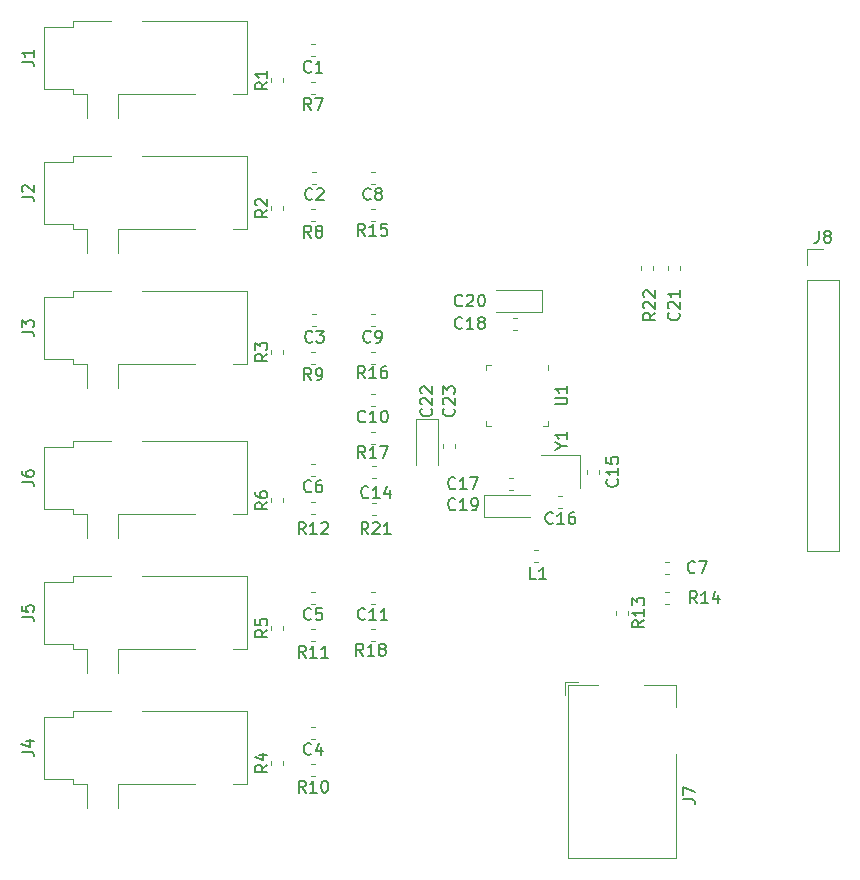
<source format=gbr>
G04 #@! TF.GenerationSoftware,KiCad,Pcbnew,(5.1.5)-3*
G04 #@! TF.CreationDate,2020-02-29T11:10:58+11:00*
G04 #@! TF.ProjectId,ADE7816_Breakout,41444537-3831-4365-9f42-7265616b6f75,rev?*
G04 #@! TF.SameCoordinates,Original*
G04 #@! TF.FileFunction,Legend,Top*
G04 #@! TF.FilePolarity,Positive*
%FSLAX46Y46*%
G04 Gerber Fmt 4.6, Leading zero omitted, Abs format (unit mm)*
G04 Created by KiCad (PCBNEW (5.1.5)-3) date 2020-02-29 11:10:58*
%MOMM*%
%LPD*%
G04 APERTURE LIST*
%ADD10C,0.120000*%
%ADD11C,0.150000*%
G04 APERTURE END LIST*
D10*
X134690000Y-65760000D02*
X134690000Y-65335000D01*
X129470000Y-70555000D02*
X129895000Y-70555000D01*
X129470000Y-70130000D02*
X129470000Y-70555000D01*
X129470000Y-65335000D02*
X129895000Y-65335000D01*
X129470000Y-65760000D02*
X129470000Y-65335000D01*
X134690000Y-70555000D02*
X134265000Y-70555000D01*
X134690000Y-70130000D02*
X134690000Y-70555000D01*
X143614000Y-57312779D02*
X143614000Y-56987221D01*
X142594000Y-57312779D02*
X142594000Y-56987221D01*
X125855000Y-72100221D02*
X125855000Y-72425779D01*
X126875000Y-72100221D02*
X126875000Y-72425779D01*
X123525000Y-69953000D02*
X123525000Y-73863000D01*
X125395000Y-69953000D02*
X123525000Y-69953000D01*
X125395000Y-73863000D02*
X125395000Y-69953000D01*
X145925000Y-57312779D02*
X145925000Y-56987221D01*
X144905000Y-57312779D02*
X144905000Y-56987221D01*
X134212700Y-59034400D02*
X130302700Y-59034400D01*
X134212700Y-60904400D02*
X134212700Y-59034400D01*
X130302700Y-60904400D02*
X134212700Y-60904400D01*
X129262000Y-78278000D02*
X133172000Y-78278000D01*
X129262000Y-76408000D02*
X129262000Y-78278000D01*
X133172000Y-76408000D02*
X129262000Y-76408000D01*
X132065479Y-61364400D02*
X131739921Y-61364400D01*
X132065479Y-62384400D02*
X131739921Y-62384400D01*
X131409221Y-75948000D02*
X131734779Y-75948000D01*
X131409221Y-74928000D02*
X131734779Y-74928000D01*
X133542721Y-82044000D02*
X133868279Y-82044000D01*
X133542721Y-81024000D02*
X133868279Y-81024000D01*
X120126979Y-77066680D02*
X119801421Y-77066680D01*
X120126979Y-78086680D02*
X119801421Y-78086680D01*
X120126979Y-73891680D02*
X119801421Y-73891680D01*
X120126979Y-74911680D02*
X119801421Y-74911680D01*
X137413000Y-73022000D02*
X134113000Y-73022000D01*
X137413000Y-75822000D02*
X137413000Y-73022000D01*
X135925779Y-76452000D02*
X135600221Y-76452000D01*
X135925779Y-77472000D02*
X135600221Y-77472000D01*
X139067000Y-74584779D02*
X139067000Y-74259221D01*
X138047000Y-74584779D02*
X138047000Y-74259221D01*
X119699221Y-88775000D02*
X120024779Y-88775000D01*
X119699221Y-87755000D02*
X120024779Y-87755000D01*
X119714461Y-72041480D02*
X120040019Y-72041480D01*
X119714461Y-71021480D02*
X120040019Y-71021480D01*
X119699221Y-65280000D02*
X120024779Y-65280000D01*
X119699221Y-64260000D02*
X120024779Y-64260000D01*
X119699221Y-53215000D02*
X120024779Y-53215000D01*
X119699221Y-52195000D02*
X120024779Y-52195000D01*
X120024779Y-84580000D02*
X119699221Y-84580000D01*
X120024779Y-85600000D02*
X119699221Y-85600000D01*
X120040019Y-67846480D02*
X119714461Y-67846480D01*
X120040019Y-68866480D02*
X119714461Y-68866480D01*
X120024779Y-61085000D02*
X119699221Y-61085000D01*
X120024779Y-62105000D02*
X119699221Y-62105000D01*
X120024779Y-49020000D02*
X119699221Y-49020000D01*
X120024779Y-50040000D02*
X119699221Y-50040000D01*
X144617221Y-85600000D02*
X144942779Y-85600000D01*
X144617221Y-84580000D02*
X144942779Y-84580000D01*
X140460000Y-86188733D02*
X140460000Y-86531267D01*
X141480000Y-86188733D02*
X141480000Y-86531267D01*
X114996779Y-76960000D02*
X114671221Y-76960000D01*
X114996779Y-77980000D02*
X114671221Y-77980000D01*
X114996779Y-87755000D02*
X114671221Y-87755000D01*
X114996779Y-88775000D02*
X114671221Y-88775000D01*
X114996779Y-99185000D02*
X114671221Y-99185000D01*
X114996779Y-100205000D02*
X114671221Y-100205000D01*
X114996779Y-64260000D02*
X114671221Y-64260000D01*
X114996779Y-65280000D02*
X114671221Y-65280000D01*
X114996779Y-52195000D02*
X114671221Y-52195000D01*
X114996779Y-53215000D02*
X114671221Y-53215000D01*
X114996779Y-41400000D02*
X114671221Y-41400000D01*
X114996779Y-42420000D02*
X114671221Y-42420000D01*
X111250000Y-76672221D02*
X111250000Y-76997779D01*
X112270000Y-76672221D02*
X112270000Y-76997779D01*
X111250000Y-87467221D02*
X111250000Y-87792779D01*
X112270000Y-87467221D02*
X112270000Y-87792779D01*
X111250000Y-98897221D02*
X111250000Y-99222779D01*
X112270000Y-98897221D02*
X112270000Y-99222779D01*
X111250000Y-64099221D02*
X111250000Y-64424779D01*
X112270000Y-64099221D02*
X112270000Y-64424779D01*
X111250000Y-51907221D02*
X111250000Y-52232779D01*
X112270000Y-51907221D02*
X112270000Y-52232779D01*
X111250000Y-41112221D02*
X111250000Y-41437779D01*
X112270000Y-41112221D02*
X112270000Y-41437779D01*
X156658000Y-55566000D02*
X157988000Y-55566000D01*
X156658000Y-56896000D02*
X156658000Y-55566000D01*
X156658000Y-58166000D02*
X159318000Y-58166000D01*
X159318000Y-58166000D02*
X159318000Y-81086000D01*
X156658000Y-58166000D02*
X156658000Y-81086000D01*
X156658000Y-81086000D02*
X159318000Y-81086000D01*
X136370000Y-92445000D02*
X138970000Y-92445000D01*
X136370000Y-107145000D02*
X136370000Y-92445000D01*
X145570000Y-92445000D02*
X145570000Y-94345000D01*
X142870000Y-92445000D02*
X145570000Y-92445000D01*
X145570000Y-107145000D02*
X136370000Y-107145000D01*
X145570000Y-98345000D02*
X145570000Y-107145000D01*
X136170000Y-93295000D02*
X136170000Y-92245000D01*
X137220000Y-92245000D02*
X136170000Y-92245000D01*
X98321000Y-78030000D02*
X98321000Y-80030000D01*
X95721000Y-78030000D02*
X95721000Y-80030000D01*
X104821000Y-78030000D02*
X98321000Y-78030000D01*
X109221000Y-78030000D02*
X108021000Y-78030000D01*
X109221000Y-71830000D02*
X109221000Y-78030000D01*
X100321000Y-71830000D02*
X109221000Y-71830000D01*
X94521000Y-71830000D02*
X97721000Y-71830000D01*
X94521000Y-72330000D02*
X94521000Y-71830000D01*
X92021000Y-72330000D02*
X94521000Y-72330000D01*
X92021000Y-77530000D02*
X92021000Y-72330000D01*
X94521000Y-77530000D02*
X92021000Y-77530000D01*
X94521000Y-78030000D02*
X94521000Y-77530000D01*
X95721000Y-78030000D02*
X94521000Y-78030000D01*
X98321000Y-89460000D02*
X98321000Y-91460000D01*
X95721000Y-89460000D02*
X95721000Y-91460000D01*
X104821000Y-89460000D02*
X98321000Y-89460000D01*
X109221000Y-89460000D02*
X108021000Y-89460000D01*
X109221000Y-83260000D02*
X109221000Y-89460000D01*
X100321000Y-83260000D02*
X109221000Y-83260000D01*
X94521000Y-83260000D02*
X97721000Y-83260000D01*
X94521000Y-83760000D02*
X94521000Y-83260000D01*
X92021000Y-83760000D02*
X94521000Y-83760000D01*
X92021000Y-88960000D02*
X92021000Y-83760000D01*
X94521000Y-88960000D02*
X92021000Y-88960000D01*
X94521000Y-89460000D02*
X94521000Y-88960000D01*
X95721000Y-89460000D02*
X94521000Y-89460000D01*
X98321000Y-100890000D02*
X98321000Y-102890000D01*
X95721000Y-100890000D02*
X95721000Y-102890000D01*
X104821000Y-100890000D02*
X98321000Y-100890000D01*
X109221000Y-100890000D02*
X108021000Y-100890000D01*
X109221000Y-94690000D02*
X109221000Y-100890000D01*
X100321000Y-94690000D02*
X109221000Y-94690000D01*
X94521000Y-94690000D02*
X97721000Y-94690000D01*
X94521000Y-95190000D02*
X94521000Y-94690000D01*
X92021000Y-95190000D02*
X94521000Y-95190000D01*
X92021000Y-100390000D02*
X92021000Y-95190000D01*
X94521000Y-100390000D02*
X92021000Y-100390000D01*
X94521000Y-100890000D02*
X94521000Y-100390000D01*
X95721000Y-100890000D02*
X94521000Y-100890000D01*
X98321000Y-65330000D02*
X98321000Y-67330000D01*
X95721000Y-65330000D02*
X95721000Y-67330000D01*
X104821000Y-65330000D02*
X98321000Y-65330000D01*
X109221000Y-65330000D02*
X108021000Y-65330000D01*
X109221000Y-59130000D02*
X109221000Y-65330000D01*
X100321000Y-59130000D02*
X109221000Y-59130000D01*
X94521000Y-59130000D02*
X97721000Y-59130000D01*
X94521000Y-59630000D02*
X94521000Y-59130000D01*
X92021000Y-59630000D02*
X94521000Y-59630000D01*
X92021000Y-64830000D02*
X92021000Y-59630000D01*
X94521000Y-64830000D02*
X92021000Y-64830000D01*
X94521000Y-65330000D02*
X94521000Y-64830000D01*
X95721000Y-65330000D02*
X94521000Y-65330000D01*
X98321000Y-53900000D02*
X98321000Y-55900000D01*
X95721000Y-53900000D02*
X95721000Y-55900000D01*
X104821000Y-53900000D02*
X98321000Y-53900000D01*
X109221000Y-53900000D02*
X108021000Y-53900000D01*
X109221000Y-47700000D02*
X109221000Y-53900000D01*
X100321000Y-47700000D02*
X109221000Y-47700000D01*
X94521000Y-47700000D02*
X97721000Y-47700000D01*
X94521000Y-48200000D02*
X94521000Y-47700000D01*
X92021000Y-48200000D02*
X94521000Y-48200000D01*
X92021000Y-53400000D02*
X92021000Y-48200000D01*
X94521000Y-53400000D02*
X92021000Y-53400000D01*
X94521000Y-53900000D02*
X94521000Y-53400000D01*
X95721000Y-53900000D02*
X94521000Y-53900000D01*
X98321000Y-42470000D02*
X98321000Y-44470000D01*
X95721000Y-42470000D02*
X95721000Y-44470000D01*
X104821000Y-42470000D02*
X98321000Y-42470000D01*
X109221000Y-42470000D02*
X108021000Y-42470000D01*
X109221000Y-36270000D02*
X109221000Y-42470000D01*
X100321000Y-36270000D02*
X109221000Y-36270000D01*
X94521000Y-36270000D02*
X97721000Y-36270000D01*
X94521000Y-36770000D02*
X94521000Y-36270000D01*
X92021000Y-36770000D02*
X94521000Y-36770000D01*
X92021000Y-41970000D02*
X92021000Y-36770000D01*
X94521000Y-41970000D02*
X92021000Y-41970000D01*
X94521000Y-42470000D02*
X94521000Y-41970000D01*
X95721000Y-42470000D02*
X94521000Y-42470000D01*
X144617221Y-83060000D02*
X144942779Y-83060000D01*
X144617221Y-82040000D02*
X144942779Y-82040000D01*
X114996779Y-73785000D02*
X114671221Y-73785000D01*
X114996779Y-74805000D02*
X114671221Y-74805000D01*
X114996779Y-84580000D02*
X114671221Y-84580000D01*
X114996779Y-85600000D02*
X114671221Y-85600000D01*
X114996779Y-96010000D02*
X114671221Y-96010000D01*
X114996779Y-97030000D02*
X114671221Y-97030000D01*
X115097779Y-61085000D02*
X114772221Y-61085000D01*
X115097779Y-62105000D02*
X114772221Y-62105000D01*
X115097779Y-49020000D02*
X114772221Y-49020000D01*
X115097779Y-50040000D02*
X114772221Y-50040000D01*
X114996779Y-38225000D02*
X114671221Y-38225000D01*
X114996779Y-39245000D02*
X114671221Y-39245000D01*
D11*
X135332380Y-68706904D02*
X136141904Y-68706904D01*
X136237142Y-68659285D01*
X136284761Y-68611666D01*
X136332380Y-68516428D01*
X136332380Y-68325952D01*
X136284761Y-68230714D01*
X136237142Y-68183095D01*
X136141904Y-68135476D01*
X135332380Y-68135476D01*
X136332380Y-67135476D02*
X136332380Y-67706904D01*
X136332380Y-67421190D02*
X135332380Y-67421190D01*
X135475238Y-67516428D01*
X135570476Y-67611666D01*
X135618095Y-67706904D01*
X143785380Y-60967857D02*
X143309190Y-61301190D01*
X143785380Y-61539285D02*
X142785380Y-61539285D01*
X142785380Y-61158333D01*
X142833000Y-61063095D01*
X142880619Y-61015476D01*
X142975857Y-60967857D01*
X143118714Y-60967857D01*
X143213952Y-61015476D01*
X143261571Y-61063095D01*
X143309190Y-61158333D01*
X143309190Y-61539285D01*
X142880619Y-60586904D02*
X142833000Y-60539285D01*
X142785380Y-60444047D01*
X142785380Y-60205952D01*
X142833000Y-60110714D01*
X142880619Y-60063095D01*
X142975857Y-60015476D01*
X143071095Y-60015476D01*
X143213952Y-60063095D01*
X143785380Y-60634523D01*
X143785380Y-60015476D01*
X142880619Y-59634523D02*
X142833000Y-59586904D01*
X142785380Y-59491666D01*
X142785380Y-59253571D01*
X142833000Y-59158333D01*
X142880619Y-59110714D01*
X142975857Y-59063095D01*
X143071095Y-59063095D01*
X143213952Y-59110714D01*
X143785380Y-59682142D01*
X143785380Y-59063095D01*
X126722142Y-69095857D02*
X126769761Y-69143476D01*
X126817380Y-69286333D01*
X126817380Y-69381571D01*
X126769761Y-69524428D01*
X126674523Y-69619666D01*
X126579285Y-69667285D01*
X126388809Y-69714904D01*
X126245952Y-69714904D01*
X126055476Y-69667285D01*
X125960238Y-69619666D01*
X125865000Y-69524428D01*
X125817380Y-69381571D01*
X125817380Y-69286333D01*
X125865000Y-69143476D01*
X125912619Y-69095857D01*
X125912619Y-68714904D02*
X125865000Y-68667285D01*
X125817380Y-68572047D01*
X125817380Y-68333952D01*
X125865000Y-68238714D01*
X125912619Y-68191095D01*
X126007857Y-68143476D01*
X126103095Y-68143476D01*
X126245952Y-68191095D01*
X126817380Y-68762523D01*
X126817380Y-68143476D01*
X125817380Y-67810142D02*
X125817380Y-67191095D01*
X126198333Y-67524428D01*
X126198333Y-67381571D01*
X126245952Y-67286333D01*
X126293571Y-67238714D01*
X126388809Y-67191095D01*
X126626904Y-67191095D01*
X126722142Y-67238714D01*
X126769761Y-67286333D01*
X126817380Y-67381571D01*
X126817380Y-67667285D01*
X126769761Y-67762523D01*
X126722142Y-67810142D01*
X124817142Y-69095857D02*
X124864761Y-69143476D01*
X124912380Y-69286333D01*
X124912380Y-69381571D01*
X124864761Y-69524428D01*
X124769523Y-69619666D01*
X124674285Y-69667285D01*
X124483809Y-69714904D01*
X124340952Y-69714904D01*
X124150476Y-69667285D01*
X124055238Y-69619666D01*
X123960000Y-69524428D01*
X123912380Y-69381571D01*
X123912380Y-69286333D01*
X123960000Y-69143476D01*
X124007619Y-69095857D01*
X124007619Y-68714904D02*
X123960000Y-68667285D01*
X123912380Y-68572047D01*
X123912380Y-68333952D01*
X123960000Y-68238714D01*
X124007619Y-68191095D01*
X124102857Y-68143476D01*
X124198095Y-68143476D01*
X124340952Y-68191095D01*
X124912380Y-68762523D01*
X124912380Y-68143476D01*
X124007619Y-67762523D02*
X123960000Y-67714904D01*
X123912380Y-67619666D01*
X123912380Y-67381571D01*
X123960000Y-67286333D01*
X124007619Y-67238714D01*
X124102857Y-67191095D01*
X124198095Y-67191095D01*
X124340952Y-67238714D01*
X124912380Y-67810142D01*
X124912380Y-67191095D01*
X145772142Y-60967857D02*
X145819761Y-61015476D01*
X145867380Y-61158333D01*
X145867380Y-61253571D01*
X145819761Y-61396428D01*
X145724523Y-61491666D01*
X145629285Y-61539285D01*
X145438809Y-61586904D01*
X145295952Y-61586904D01*
X145105476Y-61539285D01*
X145010238Y-61491666D01*
X144915000Y-61396428D01*
X144867380Y-61253571D01*
X144867380Y-61158333D01*
X144915000Y-61015476D01*
X144962619Y-60967857D01*
X144962619Y-60586904D02*
X144915000Y-60539285D01*
X144867380Y-60444047D01*
X144867380Y-60205952D01*
X144915000Y-60110714D01*
X144962619Y-60063095D01*
X145057857Y-60015476D01*
X145153095Y-60015476D01*
X145295952Y-60063095D01*
X145867380Y-60634523D01*
X145867380Y-60015476D01*
X145867380Y-59063095D02*
X145867380Y-59634523D01*
X145867380Y-59348809D02*
X144867380Y-59348809D01*
X145010238Y-59444047D01*
X145105476Y-59539285D01*
X145153095Y-59634523D01*
X127449842Y-60326542D02*
X127402223Y-60374161D01*
X127259366Y-60421780D01*
X127164128Y-60421780D01*
X127021271Y-60374161D01*
X126926033Y-60278923D01*
X126878414Y-60183685D01*
X126830795Y-59993209D01*
X126830795Y-59850352D01*
X126878414Y-59659876D01*
X126926033Y-59564638D01*
X127021271Y-59469400D01*
X127164128Y-59421780D01*
X127259366Y-59421780D01*
X127402223Y-59469400D01*
X127449842Y-59517019D01*
X127830795Y-59517019D02*
X127878414Y-59469400D01*
X127973652Y-59421780D01*
X128211747Y-59421780D01*
X128306985Y-59469400D01*
X128354604Y-59517019D01*
X128402223Y-59612257D01*
X128402223Y-59707495D01*
X128354604Y-59850352D01*
X127783176Y-60421780D01*
X128402223Y-60421780D01*
X129021271Y-59421780D02*
X129116509Y-59421780D01*
X129211747Y-59469400D01*
X129259366Y-59517019D01*
X129306985Y-59612257D01*
X129354604Y-59802733D01*
X129354604Y-60040828D01*
X129306985Y-60231304D01*
X129259366Y-60326542D01*
X129211747Y-60374161D01*
X129116509Y-60421780D01*
X129021271Y-60421780D01*
X128926033Y-60374161D01*
X128878414Y-60326542D01*
X128830795Y-60231304D01*
X128783176Y-60040828D01*
X128783176Y-59802733D01*
X128830795Y-59612257D01*
X128878414Y-59517019D01*
X128926033Y-59469400D01*
X129021271Y-59421780D01*
X126865142Y-77573142D02*
X126817523Y-77620761D01*
X126674666Y-77668380D01*
X126579428Y-77668380D01*
X126436571Y-77620761D01*
X126341333Y-77525523D01*
X126293714Y-77430285D01*
X126246095Y-77239809D01*
X126246095Y-77096952D01*
X126293714Y-76906476D01*
X126341333Y-76811238D01*
X126436571Y-76716000D01*
X126579428Y-76668380D01*
X126674666Y-76668380D01*
X126817523Y-76716000D01*
X126865142Y-76763619D01*
X127817523Y-77668380D02*
X127246095Y-77668380D01*
X127531809Y-77668380D02*
X127531809Y-76668380D01*
X127436571Y-76811238D01*
X127341333Y-76906476D01*
X127246095Y-76954095D01*
X128293714Y-77668380D02*
X128484190Y-77668380D01*
X128579428Y-77620761D01*
X128627047Y-77573142D01*
X128722285Y-77430285D01*
X128769904Y-77239809D01*
X128769904Y-76858857D01*
X128722285Y-76763619D01*
X128674666Y-76716000D01*
X128579428Y-76668380D01*
X128388952Y-76668380D01*
X128293714Y-76716000D01*
X128246095Y-76763619D01*
X128198476Y-76858857D01*
X128198476Y-77096952D01*
X128246095Y-77192190D01*
X128293714Y-77239809D01*
X128388952Y-77287428D01*
X128579428Y-77287428D01*
X128674666Y-77239809D01*
X128722285Y-77192190D01*
X128769904Y-77096952D01*
X127449842Y-62231542D02*
X127402223Y-62279161D01*
X127259366Y-62326780D01*
X127164128Y-62326780D01*
X127021271Y-62279161D01*
X126926033Y-62183923D01*
X126878414Y-62088685D01*
X126830795Y-61898209D01*
X126830795Y-61755352D01*
X126878414Y-61564876D01*
X126926033Y-61469638D01*
X127021271Y-61374400D01*
X127164128Y-61326780D01*
X127259366Y-61326780D01*
X127402223Y-61374400D01*
X127449842Y-61422019D01*
X128402223Y-62326780D02*
X127830795Y-62326780D01*
X128116509Y-62326780D02*
X128116509Y-61326780D01*
X128021271Y-61469638D01*
X127926033Y-61564876D01*
X127830795Y-61612495D01*
X128973652Y-61755352D02*
X128878414Y-61707733D01*
X128830795Y-61660114D01*
X128783176Y-61564876D01*
X128783176Y-61517257D01*
X128830795Y-61422019D01*
X128878414Y-61374400D01*
X128973652Y-61326780D01*
X129164128Y-61326780D01*
X129259366Y-61374400D01*
X129306985Y-61422019D01*
X129354604Y-61517257D01*
X129354604Y-61564876D01*
X129306985Y-61660114D01*
X129259366Y-61707733D01*
X129164128Y-61755352D01*
X128973652Y-61755352D01*
X128878414Y-61802971D01*
X128830795Y-61850590D01*
X128783176Y-61945828D01*
X128783176Y-62136304D01*
X128830795Y-62231542D01*
X128878414Y-62279161D01*
X128973652Y-62326780D01*
X129164128Y-62326780D01*
X129259366Y-62279161D01*
X129306985Y-62231542D01*
X129354604Y-62136304D01*
X129354604Y-61945828D01*
X129306985Y-61850590D01*
X129259366Y-61802971D01*
X129164128Y-61755352D01*
X126865142Y-75795142D02*
X126817523Y-75842761D01*
X126674666Y-75890380D01*
X126579428Y-75890380D01*
X126436571Y-75842761D01*
X126341333Y-75747523D01*
X126293714Y-75652285D01*
X126246095Y-75461809D01*
X126246095Y-75318952D01*
X126293714Y-75128476D01*
X126341333Y-75033238D01*
X126436571Y-74938000D01*
X126579428Y-74890380D01*
X126674666Y-74890380D01*
X126817523Y-74938000D01*
X126865142Y-74985619D01*
X127817523Y-75890380D02*
X127246095Y-75890380D01*
X127531809Y-75890380D02*
X127531809Y-74890380D01*
X127436571Y-75033238D01*
X127341333Y-75128476D01*
X127246095Y-75176095D01*
X128150857Y-74890380D02*
X128817523Y-74890380D01*
X128388952Y-75890380D01*
X133691333Y-83510380D02*
X133215142Y-83510380D01*
X133215142Y-82510380D01*
X134548476Y-83510380D02*
X133977047Y-83510380D01*
X134262761Y-83510380D02*
X134262761Y-82510380D01*
X134167523Y-82653238D01*
X134072285Y-82748476D01*
X133977047Y-82796095D01*
X119499142Y-79700380D02*
X119165809Y-79224190D01*
X118927714Y-79700380D02*
X118927714Y-78700380D01*
X119308666Y-78700380D01*
X119403904Y-78748000D01*
X119451523Y-78795619D01*
X119499142Y-78890857D01*
X119499142Y-79033714D01*
X119451523Y-79128952D01*
X119403904Y-79176571D01*
X119308666Y-79224190D01*
X118927714Y-79224190D01*
X119880095Y-78795619D02*
X119927714Y-78748000D01*
X120022952Y-78700380D01*
X120261047Y-78700380D01*
X120356285Y-78748000D01*
X120403904Y-78795619D01*
X120451523Y-78890857D01*
X120451523Y-78986095D01*
X120403904Y-79128952D01*
X119832476Y-79700380D01*
X120451523Y-79700380D01*
X121403904Y-79700380D02*
X120832476Y-79700380D01*
X121118190Y-79700380D02*
X121118190Y-78700380D01*
X121022952Y-78843238D01*
X120927714Y-78938476D01*
X120832476Y-78986095D01*
X119499142Y-76557142D02*
X119451523Y-76604761D01*
X119308666Y-76652380D01*
X119213428Y-76652380D01*
X119070571Y-76604761D01*
X118975333Y-76509523D01*
X118927714Y-76414285D01*
X118880095Y-76223809D01*
X118880095Y-76080952D01*
X118927714Y-75890476D01*
X118975333Y-75795238D01*
X119070571Y-75700000D01*
X119213428Y-75652380D01*
X119308666Y-75652380D01*
X119451523Y-75700000D01*
X119499142Y-75747619D01*
X120451523Y-76652380D02*
X119880095Y-76652380D01*
X120165809Y-76652380D02*
X120165809Y-75652380D01*
X120070571Y-75795238D01*
X119975333Y-75890476D01*
X119880095Y-75938095D01*
X121308666Y-75985714D02*
X121308666Y-76652380D01*
X121070571Y-75604761D02*
X120832476Y-76319047D01*
X121451523Y-76319047D01*
X135866190Y-72231190D02*
X136342380Y-72231190D01*
X135342380Y-72564523D02*
X135866190Y-72231190D01*
X135342380Y-71897857D01*
X136342380Y-71040714D02*
X136342380Y-71612142D01*
X136342380Y-71326428D02*
X135342380Y-71326428D01*
X135485238Y-71421666D01*
X135580476Y-71516904D01*
X135628095Y-71612142D01*
X135120142Y-78749142D02*
X135072523Y-78796761D01*
X134929666Y-78844380D01*
X134834428Y-78844380D01*
X134691571Y-78796761D01*
X134596333Y-78701523D01*
X134548714Y-78606285D01*
X134501095Y-78415809D01*
X134501095Y-78272952D01*
X134548714Y-78082476D01*
X134596333Y-77987238D01*
X134691571Y-77892000D01*
X134834428Y-77844380D01*
X134929666Y-77844380D01*
X135072523Y-77892000D01*
X135120142Y-77939619D01*
X136072523Y-78844380D02*
X135501095Y-78844380D01*
X135786809Y-78844380D02*
X135786809Y-77844380D01*
X135691571Y-77987238D01*
X135596333Y-78082476D01*
X135501095Y-78130095D01*
X136929666Y-77844380D02*
X136739190Y-77844380D01*
X136643952Y-77892000D01*
X136596333Y-77939619D01*
X136501095Y-78082476D01*
X136453476Y-78272952D01*
X136453476Y-78653904D01*
X136501095Y-78749142D01*
X136548714Y-78796761D01*
X136643952Y-78844380D01*
X136834428Y-78844380D01*
X136929666Y-78796761D01*
X136977285Y-78749142D01*
X137024904Y-78653904D01*
X137024904Y-78415809D01*
X136977285Y-78320571D01*
X136929666Y-78272952D01*
X136834428Y-78225333D01*
X136643952Y-78225333D01*
X136548714Y-78272952D01*
X136501095Y-78320571D01*
X136453476Y-78415809D01*
X140551143Y-75064857D02*
X140598762Y-75112476D01*
X140646381Y-75255333D01*
X140646381Y-75350571D01*
X140598762Y-75493428D01*
X140503524Y-75588666D01*
X140408286Y-75636285D01*
X140217810Y-75683904D01*
X140074953Y-75683904D01*
X139884477Y-75636285D01*
X139789239Y-75588666D01*
X139694001Y-75493428D01*
X139646381Y-75350571D01*
X139646381Y-75255333D01*
X139694001Y-75112476D01*
X139741620Y-75064857D01*
X140646381Y-74112476D02*
X140646381Y-74683904D01*
X140646381Y-74398190D02*
X139646381Y-74398190D01*
X139789239Y-74493428D01*
X139884477Y-74588666D01*
X139932096Y-74683904D01*
X139646381Y-73207714D02*
X139646381Y-73683904D01*
X140122572Y-73731523D01*
X140074953Y-73683904D01*
X140027334Y-73588666D01*
X140027334Y-73350571D01*
X140074953Y-73255333D01*
X140122572Y-73207714D01*
X140217810Y-73160095D01*
X140455905Y-73160095D01*
X140551143Y-73207714D01*
X140598762Y-73255333D01*
X140646381Y-73350571D01*
X140646381Y-73588666D01*
X140598762Y-73683904D01*
X140551143Y-73731523D01*
X119066642Y-89987380D02*
X118733309Y-89511190D01*
X118495214Y-89987380D02*
X118495214Y-88987380D01*
X118876166Y-88987380D01*
X118971404Y-89035000D01*
X119019023Y-89082619D01*
X119066642Y-89177857D01*
X119066642Y-89320714D01*
X119019023Y-89415952D01*
X118971404Y-89463571D01*
X118876166Y-89511190D01*
X118495214Y-89511190D01*
X120019023Y-89987380D02*
X119447595Y-89987380D01*
X119733309Y-89987380D02*
X119733309Y-88987380D01*
X119638071Y-89130238D01*
X119542833Y-89225476D01*
X119447595Y-89273095D01*
X120590452Y-89415952D02*
X120495214Y-89368333D01*
X120447595Y-89320714D01*
X120399976Y-89225476D01*
X120399976Y-89177857D01*
X120447595Y-89082619D01*
X120495214Y-89035000D01*
X120590452Y-88987380D01*
X120780928Y-88987380D01*
X120876166Y-89035000D01*
X120923785Y-89082619D01*
X120971404Y-89177857D01*
X120971404Y-89225476D01*
X120923785Y-89320714D01*
X120876166Y-89368333D01*
X120780928Y-89415952D01*
X120590452Y-89415952D01*
X120495214Y-89463571D01*
X120447595Y-89511190D01*
X120399976Y-89606428D01*
X120399976Y-89796904D01*
X120447595Y-89892142D01*
X120495214Y-89939761D01*
X120590452Y-89987380D01*
X120780928Y-89987380D01*
X120876166Y-89939761D01*
X120923785Y-89892142D01*
X120971404Y-89796904D01*
X120971404Y-89606428D01*
X120923785Y-89511190D01*
X120876166Y-89463571D01*
X120780928Y-89415952D01*
X119234382Y-73253860D02*
X118901049Y-72777670D01*
X118662954Y-73253860D02*
X118662954Y-72253860D01*
X119043906Y-72253860D01*
X119139144Y-72301480D01*
X119186763Y-72349099D01*
X119234382Y-72444337D01*
X119234382Y-72587194D01*
X119186763Y-72682432D01*
X119139144Y-72730051D01*
X119043906Y-72777670D01*
X118662954Y-72777670D01*
X120186763Y-73253860D02*
X119615335Y-73253860D01*
X119901049Y-73253860D02*
X119901049Y-72253860D01*
X119805811Y-72396718D01*
X119710573Y-72491956D01*
X119615335Y-72539575D01*
X120520097Y-72253860D02*
X121186763Y-72253860D01*
X120758192Y-73253860D01*
X119219142Y-66492380D02*
X118885809Y-66016190D01*
X118647714Y-66492380D02*
X118647714Y-65492380D01*
X119028666Y-65492380D01*
X119123904Y-65540000D01*
X119171523Y-65587619D01*
X119219142Y-65682857D01*
X119219142Y-65825714D01*
X119171523Y-65920952D01*
X119123904Y-65968571D01*
X119028666Y-66016190D01*
X118647714Y-66016190D01*
X120171523Y-66492380D02*
X119600095Y-66492380D01*
X119885809Y-66492380D02*
X119885809Y-65492380D01*
X119790571Y-65635238D01*
X119695333Y-65730476D01*
X119600095Y-65778095D01*
X121028666Y-65492380D02*
X120838190Y-65492380D01*
X120742952Y-65540000D01*
X120695333Y-65587619D01*
X120600095Y-65730476D01*
X120552476Y-65920952D01*
X120552476Y-66301904D01*
X120600095Y-66397142D01*
X120647714Y-66444761D01*
X120742952Y-66492380D01*
X120933428Y-66492380D01*
X121028666Y-66444761D01*
X121076285Y-66397142D01*
X121123904Y-66301904D01*
X121123904Y-66063809D01*
X121076285Y-65968571D01*
X121028666Y-65920952D01*
X120933428Y-65873333D01*
X120742952Y-65873333D01*
X120647714Y-65920952D01*
X120600095Y-65968571D01*
X120552476Y-66063809D01*
X119219142Y-54427380D02*
X118885809Y-53951190D01*
X118647714Y-54427380D02*
X118647714Y-53427380D01*
X119028666Y-53427380D01*
X119123904Y-53475000D01*
X119171523Y-53522619D01*
X119219142Y-53617857D01*
X119219142Y-53760714D01*
X119171523Y-53855952D01*
X119123904Y-53903571D01*
X119028666Y-53951190D01*
X118647714Y-53951190D01*
X120171523Y-54427380D02*
X119600095Y-54427380D01*
X119885809Y-54427380D02*
X119885809Y-53427380D01*
X119790571Y-53570238D01*
X119695333Y-53665476D01*
X119600095Y-53713095D01*
X121076285Y-53427380D02*
X120600095Y-53427380D01*
X120552476Y-53903571D01*
X120600095Y-53855952D01*
X120695333Y-53808333D01*
X120933428Y-53808333D01*
X121028666Y-53855952D01*
X121076285Y-53903571D01*
X121123904Y-53998809D01*
X121123904Y-54236904D01*
X121076285Y-54332142D01*
X121028666Y-54379761D01*
X120933428Y-54427380D01*
X120695333Y-54427380D01*
X120600095Y-54379761D01*
X120552476Y-54332142D01*
X119219142Y-86877142D02*
X119171523Y-86924761D01*
X119028666Y-86972380D01*
X118933428Y-86972380D01*
X118790571Y-86924761D01*
X118695333Y-86829523D01*
X118647714Y-86734285D01*
X118600095Y-86543809D01*
X118600095Y-86400952D01*
X118647714Y-86210476D01*
X118695333Y-86115238D01*
X118790571Y-86020000D01*
X118933428Y-85972380D01*
X119028666Y-85972380D01*
X119171523Y-86020000D01*
X119219142Y-86067619D01*
X120171523Y-86972380D02*
X119600095Y-86972380D01*
X119885809Y-86972380D02*
X119885809Y-85972380D01*
X119790571Y-86115238D01*
X119695333Y-86210476D01*
X119600095Y-86258095D01*
X121123904Y-86972380D02*
X120552476Y-86972380D01*
X120838190Y-86972380D02*
X120838190Y-85972380D01*
X120742952Y-86115238D01*
X120647714Y-86210476D01*
X120552476Y-86258095D01*
X119234382Y-70143622D02*
X119186763Y-70191241D01*
X119043906Y-70238860D01*
X118948668Y-70238860D01*
X118805811Y-70191241D01*
X118710573Y-70096003D01*
X118662954Y-70000765D01*
X118615335Y-69810289D01*
X118615335Y-69667432D01*
X118662954Y-69476956D01*
X118710573Y-69381718D01*
X118805811Y-69286480D01*
X118948668Y-69238860D01*
X119043906Y-69238860D01*
X119186763Y-69286480D01*
X119234382Y-69334099D01*
X120186763Y-70238860D02*
X119615335Y-70238860D01*
X119901049Y-70238860D02*
X119901049Y-69238860D01*
X119805811Y-69381718D01*
X119710573Y-69476956D01*
X119615335Y-69524575D01*
X120805811Y-69238860D02*
X120901049Y-69238860D01*
X120996287Y-69286480D01*
X121043906Y-69334099D01*
X121091525Y-69429337D01*
X121139144Y-69619813D01*
X121139144Y-69857908D01*
X121091525Y-70048384D01*
X121043906Y-70143622D01*
X120996287Y-70191241D01*
X120901049Y-70238860D01*
X120805811Y-70238860D01*
X120710573Y-70191241D01*
X120662954Y-70143622D01*
X120615335Y-70048384D01*
X120567716Y-69857908D01*
X120567716Y-69619813D01*
X120615335Y-69429337D01*
X120662954Y-69334099D01*
X120710573Y-69286480D01*
X120805811Y-69238860D01*
X119695333Y-63382142D02*
X119647714Y-63429761D01*
X119504857Y-63477380D01*
X119409619Y-63477380D01*
X119266761Y-63429761D01*
X119171523Y-63334523D01*
X119123904Y-63239285D01*
X119076285Y-63048809D01*
X119076285Y-62905952D01*
X119123904Y-62715476D01*
X119171523Y-62620238D01*
X119266761Y-62525000D01*
X119409619Y-62477380D01*
X119504857Y-62477380D01*
X119647714Y-62525000D01*
X119695333Y-62572619D01*
X120171523Y-63477380D02*
X120362000Y-63477380D01*
X120457238Y-63429761D01*
X120504857Y-63382142D01*
X120600095Y-63239285D01*
X120647714Y-63048809D01*
X120647714Y-62667857D01*
X120600095Y-62572619D01*
X120552476Y-62525000D01*
X120457238Y-62477380D01*
X120266761Y-62477380D01*
X120171523Y-62525000D01*
X120123904Y-62572619D01*
X120076285Y-62667857D01*
X120076285Y-62905952D01*
X120123904Y-63001190D01*
X120171523Y-63048809D01*
X120266761Y-63096428D01*
X120457238Y-63096428D01*
X120552476Y-63048809D01*
X120600095Y-63001190D01*
X120647714Y-62905952D01*
X119695333Y-51317142D02*
X119647714Y-51364761D01*
X119504857Y-51412380D01*
X119409619Y-51412380D01*
X119266761Y-51364761D01*
X119171523Y-51269523D01*
X119123904Y-51174285D01*
X119076285Y-50983809D01*
X119076285Y-50840952D01*
X119123904Y-50650476D01*
X119171523Y-50555238D01*
X119266761Y-50460000D01*
X119409619Y-50412380D01*
X119504857Y-50412380D01*
X119647714Y-50460000D01*
X119695333Y-50507619D01*
X120266761Y-50840952D02*
X120171523Y-50793333D01*
X120123904Y-50745714D01*
X120076285Y-50650476D01*
X120076285Y-50602857D01*
X120123904Y-50507619D01*
X120171523Y-50460000D01*
X120266761Y-50412380D01*
X120457238Y-50412380D01*
X120552476Y-50460000D01*
X120600095Y-50507619D01*
X120647714Y-50602857D01*
X120647714Y-50650476D01*
X120600095Y-50745714D01*
X120552476Y-50793333D01*
X120457238Y-50840952D01*
X120266761Y-50840952D01*
X120171523Y-50888571D01*
X120123904Y-50936190D01*
X120076285Y-51031428D01*
X120076285Y-51221904D01*
X120123904Y-51317142D01*
X120171523Y-51364761D01*
X120266761Y-51412380D01*
X120457238Y-51412380D01*
X120552476Y-51364761D01*
X120600095Y-51317142D01*
X120647714Y-51221904D01*
X120647714Y-51031428D01*
X120600095Y-50936190D01*
X120552476Y-50888571D01*
X120457238Y-50840952D01*
X147312142Y-85542380D02*
X146978809Y-85066190D01*
X146740714Y-85542380D02*
X146740714Y-84542380D01*
X147121666Y-84542380D01*
X147216904Y-84590000D01*
X147264523Y-84637619D01*
X147312142Y-84732857D01*
X147312142Y-84875714D01*
X147264523Y-84970952D01*
X147216904Y-85018571D01*
X147121666Y-85066190D01*
X146740714Y-85066190D01*
X148264523Y-85542380D02*
X147693095Y-85542380D01*
X147978809Y-85542380D02*
X147978809Y-84542380D01*
X147883571Y-84685238D01*
X147788333Y-84780476D01*
X147693095Y-84828095D01*
X149121666Y-84875714D02*
X149121666Y-85542380D01*
X148883571Y-84494761D02*
X148645476Y-85209047D01*
X149264523Y-85209047D01*
X142852380Y-87002857D02*
X142376190Y-87336190D01*
X142852380Y-87574285D02*
X141852380Y-87574285D01*
X141852380Y-87193333D01*
X141900000Y-87098095D01*
X141947619Y-87050476D01*
X142042857Y-87002857D01*
X142185714Y-87002857D01*
X142280952Y-87050476D01*
X142328571Y-87098095D01*
X142376190Y-87193333D01*
X142376190Y-87574285D01*
X142852380Y-86050476D02*
X142852380Y-86621904D01*
X142852380Y-86336190D02*
X141852380Y-86336190D01*
X141995238Y-86431428D01*
X142090476Y-86526666D01*
X142138095Y-86621904D01*
X141852380Y-85717142D02*
X141852380Y-85098095D01*
X142233333Y-85431428D01*
X142233333Y-85288571D01*
X142280952Y-85193333D01*
X142328571Y-85145714D01*
X142423809Y-85098095D01*
X142661904Y-85098095D01*
X142757142Y-85145714D01*
X142804761Y-85193333D01*
X142852380Y-85288571D01*
X142852380Y-85574285D01*
X142804761Y-85669523D01*
X142757142Y-85717142D01*
X114191142Y-79700380D02*
X113857809Y-79224190D01*
X113619714Y-79700380D02*
X113619714Y-78700380D01*
X114000666Y-78700380D01*
X114095904Y-78748000D01*
X114143523Y-78795619D01*
X114191142Y-78890857D01*
X114191142Y-79033714D01*
X114143523Y-79128952D01*
X114095904Y-79176571D01*
X114000666Y-79224190D01*
X113619714Y-79224190D01*
X115143523Y-79700380D02*
X114572095Y-79700380D01*
X114857809Y-79700380D02*
X114857809Y-78700380D01*
X114762571Y-78843238D01*
X114667333Y-78938476D01*
X114572095Y-78986095D01*
X115524476Y-78795619D02*
X115572095Y-78748000D01*
X115667333Y-78700380D01*
X115905428Y-78700380D01*
X116000666Y-78748000D01*
X116048285Y-78795619D01*
X116095904Y-78890857D01*
X116095904Y-78986095D01*
X116048285Y-79128952D01*
X115476857Y-79700380D01*
X116095904Y-79700380D01*
X114191142Y-90147380D02*
X113857809Y-89671190D01*
X113619714Y-90147380D02*
X113619714Y-89147380D01*
X114000666Y-89147380D01*
X114095904Y-89195000D01*
X114143523Y-89242619D01*
X114191142Y-89337857D01*
X114191142Y-89480714D01*
X114143523Y-89575952D01*
X114095904Y-89623571D01*
X114000666Y-89671190D01*
X113619714Y-89671190D01*
X115143523Y-90147380D02*
X114572095Y-90147380D01*
X114857809Y-90147380D02*
X114857809Y-89147380D01*
X114762571Y-89290238D01*
X114667333Y-89385476D01*
X114572095Y-89433095D01*
X116095904Y-90147380D02*
X115524476Y-90147380D01*
X115810190Y-90147380D02*
X115810190Y-89147380D01*
X115714952Y-89290238D01*
X115619714Y-89385476D01*
X115524476Y-89433095D01*
X114191142Y-101577380D02*
X113857809Y-101101190D01*
X113619714Y-101577380D02*
X113619714Y-100577380D01*
X114000666Y-100577380D01*
X114095904Y-100625000D01*
X114143523Y-100672619D01*
X114191142Y-100767857D01*
X114191142Y-100910714D01*
X114143523Y-101005952D01*
X114095904Y-101053571D01*
X114000666Y-101101190D01*
X113619714Y-101101190D01*
X115143523Y-101577380D02*
X114572095Y-101577380D01*
X114857809Y-101577380D02*
X114857809Y-100577380D01*
X114762571Y-100720238D01*
X114667333Y-100815476D01*
X114572095Y-100863095D01*
X115762571Y-100577380D02*
X115857809Y-100577380D01*
X115953047Y-100625000D01*
X116000666Y-100672619D01*
X116048285Y-100767857D01*
X116095904Y-100958333D01*
X116095904Y-101196428D01*
X116048285Y-101386904D01*
X116000666Y-101482142D01*
X115953047Y-101529761D01*
X115857809Y-101577380D01*
X115762571Y-101577380D01*
X115667333Y-101529761D01*
X115619714Y-101482142D01*
X115572095Y-101386904D01*
X115524476Y-101196428D01*
X115524476Y-100958333D01*
X115572095Y-100767857D01*
X115619714Y-100672619D01*
X115667333Y-100625000D01*
X115762571Y-100577380D01*
X114667333Y-66652380D02*
X114334000Y-66176190D01*
X114095904Y-66652380D02*
X114095904Y-65652380D01*
X114476857Y-65652380D01*
X114572095Y-65700000D01*
X114619714Y-65747619D01*
X114667333Y-65842857D01*
X114667333Y-65985714D01*
X114619714Y-66080952D01*
X114572095Y-66128571D01*
X114476857Y-66176190D01*
X114095904Y-66176190D01*
X115143523Y-66652380D02*
X115334000Y-66652380D01*
X115429238Y-66604761D01*
X115476857Y-66557142D01*
X115572095Y-66414285D01*
X115619714Y-66223809D01*
X115619714Y-65842857D01*
X115572095Y-65747619D01*
X115524476Y-65700000D01*
X115429238Y-65652380D01*
X115238761Y-65652380D01*
X115143523Y-65700000D01*
X115095904Y-65747619D01*
X115048285Y-65842857D01*
X115048285Y-66080952D01*
X115095904Y-66176190D01*
X115143523Y-66223809D01*
X115238761Y-66271428D01*
X115429238Y-66271428D01*
X115524476Y-66223809D01*
X115572095Y-66176190D01*
X115619714Y-66080952D01*
X114667333Y-54587380D02*
X114334000Y-54111190D01*
X114095904Y-54587380D02*
X114095904Y-53587380D01*
X114476857Y-53587380D01*
X114572095Y-53635000D01*
X114619714Y-53682619D01*
X114667333Y-53777857D01*
X114667333Y-53920714D01*
X114619714Y-54015952D01*
X114572095Y-54063571D01*
X114476857Y-54111190D01*
X114095904Y-54111190D01*
X115238761Y-54015952D02*
X115143523Y-53968333D01*
X115095904Y-53920714D01*
X115048285Y-53825476D01*
X115048285Y-53777857D01*
X115095904Y-53682619D01*
X115143523Y-53635000D01*
X115238761Y-53587380D01*
X115429238Y-53587380D01*
X115524476Y-53635000D01*
X115572095Y-53682619D01*
X115619714Y-53777857D01*
X115619714Y-53825476D01*
X115572095Y-53920714D01*
X115524476Y-53968333D01*
X115429238Y-54015952D01*
X115238761Y-54015952D01*
X115143523Y-54063571D01*
X115095904Y-54111190D01*
X115048285Y-54206428D01*
X115048285Y-54396904D01*
X115095904Y-54492142D01*
X115143523Y-54539761D01*
X115238761Y-54587380D01*
X115429238Y-54587380D01*
X115524476Y-54539761D01*
X115572095Y-54492142D01*
X115619714Y-54396904D01*
X115619714Y-54206428D01*
X115572095Y-54111190D01*
X115524476Y-54063571D01*
X115429238Y-54015952D01*
X114667333Y-43792380D02*
X114334000Y-43316190D01*
X114095904Y-43792380D02*
X114095904Y-42792380D01*
X114476857Y-42792380D01*
X114572095Y-42840000D01*
X114619714Y-42887619D01*
X114667333Y-42982857D01*
X114667333Y-43125714D01*
X114619714Y-43220952D01*
X114572095Y-43268571D01*
X114476857Y-43316190D01*
X114095904Y-43316190D01*
X115000666Y-42792380D02*
X115667333Y-42792380D01*
X115238761Y-43792380D01*
X110942380Y-77001666D02*
X110466190Y-77335000D01*
X110942380Y-77573095D02*
X109942380Y-77573095D01*
X109942380Y-77192142D01*
X109990000Y-77096904D01*
X110037619Y-77049285D01*
X110132857Y-77001666D01*
X110275714Y-77001666D01*
X110370952Y-77049285D01*
X110418571Y-77096904D01*
X110466190Y-77192142D01*
X110466190Y-77573095D01*
X109942380Y-76144523D02*
X109942380Y-76335000D01*
X109990000Y-76430238D01*
X110037619Y-76477857D01*
X110180476Y-76573095D01*
X110370952Y-76620714D01*
X110751904Y-76620714D01*
X110847142Y-76573095D01*
X110894761Y-76525476D01*
X110942380Y-76430238D01*
X110942380Y-76239761D01*
X110894761Y-76144523D01*
X110847142Y-76096904D01*
X110751904Y-76049285D01*
X110513809Y-76049285D01*
X110418571Y-76096904D01*
X110370952Y-76144523D01*
X110323333Y-76239761D01*
X110323333Y-76430238D01*
X110370952Y-76525476D01*
X110418571Y-76573095D01*
X110513809Y-76620714D01*
X110942380Y-87796666D02*
X110466190Y-88130000D01*
X110942380Y-88368095D02*
X109942380Y-88368095D01*
X109942380Y-87987142D01*
X109990000Y-87891904D01*
X110037619Y-87844285D01*
X110132857Y-87796666D01*
X110275714Y-87796666D01*
X110370952Y-87844285D01*
X110418571Y-87891904D01*
X110466190Y-87987142D01*
X110466190Y-88368095D01*
X109942380Y-86891904D02*
X109942380Y-87368095D01*
X110418571Y-87415714D01*
X110370952Y-87368095D01*
X110323333Y-87272857D01*
X110323333Y-87034761D01*
X110370952Y-86939523D01*
X110418571Y-86891904D01*
X110513809Y-86844285D01*
X110751904Y-86844285D01*
X110847142Y-86891904D01*
X110894761Y-86939523D01*
X110942380Y-87034761D01*
X110942380Y-87272857D01*
X110894761Y-87368095D01*
X110847142Y-87415714D01*
X110942380Y-99226666D02*
X110466190Y-99560000D01*
X110942380Y-99798095D02*
X109942380Y-99798095D01*
X109942380Y-99417142D01*
X109990000Y-99321904D01*
X110037619Y-99274285D01*
X110132857Y-99226666D01*
X110275714Y-99226666D01*
X110370952Y-99274285D01*
X110418571Y-99321904D01*
X110466190Y-99417142D01*
X110466190Y-99798095D01*
X110275714Y-98369523D02*
X110942380Y-98369523D01*
X109894761Y-98607619D02*
X110609047Y-98845714D01*
X110609047Y-98226666D01*
X110942380Y-64428666D02*
X110466190Y-64762000D01*
X110942380Y-65000095D02*
X109942380Y-65000095D01*
X109942380Y-64619142D01*
X109990000Y-64523904D01*
X110037619Y-64476285D01*
X110132857Y-64428666D01*
X110275714Y-64428666D01*
X110370952Y-64476285D01*
X110418571Y-64523904D01*
X110466190Y-64619142D01*
X110466190Y-65000095D01*
X109942380Y-64095333D02*
X109942380Y-63476285D01*
X110323333Y-63809619D01*
X110323333Y-63666761D01*
X110370952Y-63571523D01*
X110418571Y-63523904D01*
X110513809Y-63476285D01*
X110751904Y-63476285D01*
X110847142Y-63523904D01*
X110894761Y-63571523D01*
X110942380Y-63666761D01*
X110942380Y-63952476D01*
X110894761Y-64047714D01*
X110847142Y-64095333D01*
X110942380Y-52236666D02*
X110466190Y-52570000D01*
X110942380Y-52808095D02*
X109942380Y-52808095D01*
X109942380Y-52427142D01*
X109990000Y-52331904D01*
X110037619Y-52284285D01*
X110132857Y-52236666D01*
X110275714Y-52236666D01*
X110370952Y-52284285D01*
X110418571Y-52331904D01*
X110466190Y-52427142D01*
X110466190Y-52808095D01*
X110037619Y-51855714D02*
X109990000Y-51808095D01*
X109942380Y-51712857D01*
X109942380Y-51474761D01*
X109990000Y-51379523D01*
X110037619Y-51331904D01*
X110132857Y-51284285D01*
X110228095Y-51284285D01*
X110370952Y-51331904D01*
X110942380Y-51903333D01*
X110942380Y-51284285D01*
X110942380Y-41441666D02*
X110466190Y-41775000D01*
X110942380Y-42013095D02*
X109942380Y-42013095D01*
X109942380Y-41632142D01*
X109990000Y-41536904D01*
X110037619Y-41489285D01*
X110132857Y-41441666D01*
X110275714Y-41441666D01*
X110370952Y-41489285D01*
X110418571Y-41536904D01*
X110466190Y-41632142D01*
X110466190Y-42013095D01*
X110942380Y-40489285D02*
X110942380Y-41060714D01*
X110942380Y-40775000D02*
X109942380Y-40775000D01*
X110085238Y-40870238D01*
X110180476Y-40965476D01*
X110228095Y-41060714D01*
X157654666Y-54018380D02*
X157654666Y-54732666D01*
X157607047Y-54875523D01*
X157511809Y-54970761D01*
X157368952Y-55018380D01*
X157273714Y-55018380D01*
X158273714Y-54446952D02*
X158178476Y-54399333D01*
X158130857Y-54351714D01*
X158083238Y-54256476D01*
X158083238Y-54208857D01*
X158130857Y-54113619D01*
X158178476Y-54066000D01*
X158273714Y-54018380D01*
X158464190Y-54018380D01*
X158559428Y-54066000D01*
X158607047Y-54113619D01*
X158654666Y-54208857D01*
X158654666Y-54256476D01*
X158607047Y-54351714D01*
X158559428Y-54399333D01*
X158464190Y-54446952D01*
X158273714Y-54446952D01*
X158178476Y-54494571D01*
X158130857Y-54542190D01*
X158083238Y-54637428D01*
X158083238Y-54827904D01*
X158130857Y-54923142D01*
X158178476Y-54970761D01*
X158273714Y-55018380D01*
X158464190Y-55018380D01*
X158559428Y-54970761D01*
X158607047Y-54923142D01*
X158654666Y-54827904D01*
X158654666Y-54637428D01*
X158607047Y-54542190D01*
X158559428Y-54494571D01*
X158464190Y-54446952D01*
X146172380Y-102128333D02*
X146886666Y-102128333D01*
X147029523Y-102175952D01*
X147124761Y-102271190D01*
X147172380Y-102414047D01*
X147172380Y-102509285D01*
X146172380Y-101747380D02*
X146172380Y-101080714D01*
X147172380Y-101509285D01*
X90173380Y-75263333D02*
X90887666Y-75263333D01*
X91030523Y-75310952D01*
X91125761Y-75406190D01*
X91173380Y-75549047D01*
X91173380Y-75644285D01*
X90173380Y-74358571D02*
X90173380Y-74549047D01*
X90221000Y-74644285D01*
X90268619Y-74691904D01*
X90411476Y-74787142D01*
X90601952Y-74834761D01*
X90982904Y-74834761D01*
X91078142Y-74787142D01*
X91125761Y-74739523D01*
X91173380Y-74644285D01*
X91173380Y-74453809D01*
X91125761Y-74358571D01*
X91078142Y-74310952D01*
X90982904Y-74263333D01*
X90744809Y-74263333D01*
X90649571Y-74310952D01*
X90601952Y-74358571D01*
X90554333Y-74453809D01*
X90554333Y-74644285D01*
X90601952Y-74739523D01*
X90649571Y-74787142D01*
X90744809Y-74834761D01*
X90173380Y-86693333D02*
X90887666Y-86693333D01*
X91030523Y-86740952D01*
X91125761Y-86836190D01*
X91173380Y-86979047D01*
X91173380Y-87074285D01*
X90173380Y-85740952D02*
X90173380Y-86217142D01*
X90649571Y-86264761D01*
X90601952Y-86217142D01*
X90554333Y-86121904D01*
X90554333Y-85883809D01*
X90601952Y-85788571D01*
X90649571Y-85740952D01*
X90744809Y-85693333D01*
X90982904Y-85693333D01*
X91078142Y-85740952D01*
X91125761Y-85788571D01*
X91173380Y-85883809D01*
X91173380Y-86121904D01*
X91125761Y-86217142D01*
X91078142Y-86264761D01*
X90173380Y-98123333D02*
X90887666Y-98123333D01*
X91030523Y-98170952D01*
X91125761Y-98266190D01*
X91173380Y-98409047D01*
X91173380Y-98504285D01*
X90506714Y-97218571D02*
X91173380Y-97218571D01*
X90125761Y-97456666D02*
X90840047Y-97694761D01*
X90840047Y-97075714D01*
X90173380Y-62563333D02*
X90887666Y-62563333D01*
X91030523Y-62610952D01*
X91125761Y-62706190D01*
X91173380Y-62849047D01*
X91173380Y-62944285D01*
X90173380Y-62182380D02*
X90173380Y-61563333D01*
X90554333Y-61896666D01*
X90554333Y-61753809D01*
X90601952Y-61658571D01*
X90649571Y-61610952D01*
X90744809Y-61563333D01*
X90982904Y-61563333D01*
X91078142Y-61610952D01*
X91125761Y-61658571D01*
X91173380Y-61753809D01*
X91173380Y-62039523D01*
X91125761Y-62134761D01*
X91078142Y-62182380D01*
X90173380Y-51133333D02*
X90887666Y-51133333D01*
X91030523Y-51180952D01*
X91125761Y-51276190D01*
X91173380Y-51419047D01*
X91173380Y-51514285D01*
X90268619Y-50704761D02*
X90221000Y-50657142D01*
X90173380Y-50561904D01*
X90173380Y-50323809D01*
X90221000Y-50228571D01*
X90268619Y-50180952D01*
X90363857Y-50133333D01*
X90459095Y-50133333D01*
X90601952Y-50180952D01*
X91173380Y-50752380D01*
X91173380Y-50133333D01*
X90173380Y-39703333D02*
X90887666Y-39703333D01*
X91030523Y-39750952D01*
X91125761Y-39846190D01*
X91173380Y-39989047D01*
X91173380Y-40084285D01*
X91173380Y-38703333D02*
X91173380Y-39274761D01*
X91173380Y-38989047D02*
X90173380Y-38989047D01*
X90316238Y-39084285D01*
X90411476Y-39179523D01*
X90459095Y-39274761D01*
X147153333Y-82907142D02*
X147105714Y-82954761D01*
X146962857Y-83002380D01*
X146867619Y-83002380D01*
X146724761Y-82954761D01*
X146629523Y-82859523D01*
X146581904Y-82764285D01*
X146534285Y-82573809D01*
X146534285Y-82430952D01*
X146581904Y-82240476D01*
X146629523Y-82145238D01*
X146724761Y-82050000D01*
X146867619Y-82002380D01*
X146962857Y-82002380D01*
X147105714Y-82050000D01*
X147153333Y-82097619D01*
X147486666Y-82002380D02*
X148153333Y-82002380D01*
X147724761Y-83002380D01*
X114667333Y-76049142D02*
X114619714Y-76096761D01*
X114476857Y-76144380D01*
X114381619Y-76144380D01*
X114238761Y-76096761D01*
X114143523Y-76001523D01*
X114095904Y-75906285D01*
X114048285Y-75715809D01*
X114048285Y-75572952D01*
X114095904Y-75382476D01*
X114143523Y-75287238D01*
X114238761Y-75192000D01*
X114381619Y-75144380D01*
X114476857Y-75144380D01*
X114619714Y-75192000D01*
X114667333Y-75239619D01*
X115524476Y-75144380D02*
X115334000Y-75144380D01*
X115238761Y-75192000D01*
X115191142Y-75239619D01*
X115095904Y-75382476D01*
X115048285Y-75572952D01*
X115048285Y-75953904D01*
X115095904Y-76049142D01*
X115143523Y-76096761D01*
X115238761Y-76144380D01*
X115429238Y-76144380D01*
X115524476Y-76096761D01*
X115572095Y-76049142D01*
X115619714Y-75953904D01*
X115619714Y-75715809D01*
X115572095Y-75620571D01*
X115524476Y-75572952D01*
X115429238Y-75525333D01*
X115238761Y-75525333D01*
X115143523Y-75572952D01*
X115095904Y-75620571D01*
X115048285Y-75715809D01*
X114667333Y-86877142D02*
X114619714Y-86924761D01*
X114476857Y-86972380D01*
X114381619Y-86972380D01*
X114238761Y-86924761D01*
X114143523Y-86829523D01*
X114095904Y-86734285D01*
X114048285Y-86543809D01*
X114048285Y-86400952D01*
X114095904Y-86210476D01*
X114143523Y-86115238D01*
X114238761Y-86020000D01*
X114381619Y-85972380D01*
X114476857Y-85972380D01*
X114619714Y-86020000D01*
X114667333Y-86067619D01*
X115572095Y-85972380D02*
X115095904Y-85972380D01*
X115048285Y-86448571D01*
X115095904Y-86400952D01*
X115191142Y-86353333D01*
X115429238Y-86353333D01*
X115524476Y-86400952D01*
X115572095Y-86448571D01*
X115619714Y-86543809D01*
X115619714Y-86781904D01*
X115572095Y-86877142D01*
X115524476Y-86924761D01*
X115429238Y-86972380D01*
X115191142Y-86972380D01*
X115095904Y-86924761D01*
X115048285Y-86877142D01*
X114667333Y-98307142D02*
X114619714Y-98354761D01*
X114476857Y-98402380D01*
X114381619Y-98402380D01*
X114238761Y-98354761D01*
X114143523Y-98259523D01*
X114095904Y-98164285D01*
X114048285Y-97973809D01*
X114048285Y-97830952D01*
X114095904Y-97640476D01*
X114143523Y-97545238D01*
X114238761Y-97450000D01*
X114381619Y-97402380D01*
X114476857Y-97402380D01*
X114619714Y-97450000D01*
X114667333Y-97497619D01*
X115524476Y-97735714D02*
X115524476Y-98402380D01*
X115286380Y-97354761D02*
X115048285Y-98069047D01*
X115667333Y-98069047D01*
X114768333Y-63382142D02*
X114720714Y-63429761D01*
X114577857Y-63477380D01*
X114482619Y-63477380D01*
X114339761Y-63429761D01*
X114244523Y-63334523D01*
X114196904Y-63239285D01*
X114149285Y-63048809D01*
X114149285Y-62905952D01*
X114196904Y-62715476D01*
X114244523Y-62620238D01*
X114339761Y-62525000D01*
X114482619Y-62477380D01*
X114577857Y-62477380D01*
X114720714Y-62525000D01*
X114768333Y-62572619D01*
X115101666Y-62477380D02*
X115720714Y-62477380D01*
X115387380Y-62858333D01*
X115530238Y-62858333D01*
X115625476Y-62905952D01*
X115673095Y-62953571D01*
X115720714Y-63048809D01*
X115720714Y-63286904D01*
X115673095Y-63382142D01*
X115625476Y-63429761D01*
X115530238Y-63477380D01*
X115244523Y-63477380D01*
X115149285Y-63429761D01*
X115101666Y-63382142D01*
X114768333Y-51317142D02*
X114720714Y-51364761D01*
X114577857Y-51412380D01*
X114482619Y-51412380D01*
X114339761Y-51364761D01*
X114244523Y-51269523D01*
X114196904Y-51174285D01*
X114149285Y-50983809D01*
X114149285Y-50840952D01*
X114196904Y-50650476D01*
X114244523Y-50555238D01*
X114339761Y-50460000D01*
X114482619Y-50412380D01*
X114577857Y-50412380D01*
X114720714Y-50460000D01*
X114768333Y-50507619D01*
X115149285Y-50507619D02*
X115196904Y-50460000D01*
X115292142Y-50412380D01*
X115530238Y-50412380D01*
X115625476Y-50460000D01*
X115673095Y-50507619D01*
X115720714Y-50602857D01*
X115720714Y-50698095D01*
X115673095Y-50840952D01*
X115101666Y-51412380D01*
X115720714Y-51412380D01*
X114667333Y-40522142D02*
X114619714Y-40569761D01*
X114476857Y-40617380D01*
X114381619Y-40617380D01*
X114238761Y-40569761D01*
X114143523Y-40474523D01*
X114095904Y-40379285D01*
X114048285Y-40188809D01*
X114048285Y-40045952D01*
X114095904Y-39855476D01*
X114143523Y-39760238D01*
X114238761Y-39665000D01*
X114381619Y-39617380D01*
X114476857Y-39617380D01*
X114619714Y-39665000D01*
X114667333Y-39712619D01*
X115619714Y-40617380D02*
X115048285Y-40617380D01*
X115334000Y-40617380D02*
X115334000Y-39617380D01*
X115238761Y-39760238D01*
X115143523Y-39855476D01*
X115048285Y-39903095D01*
M02*

</source>
